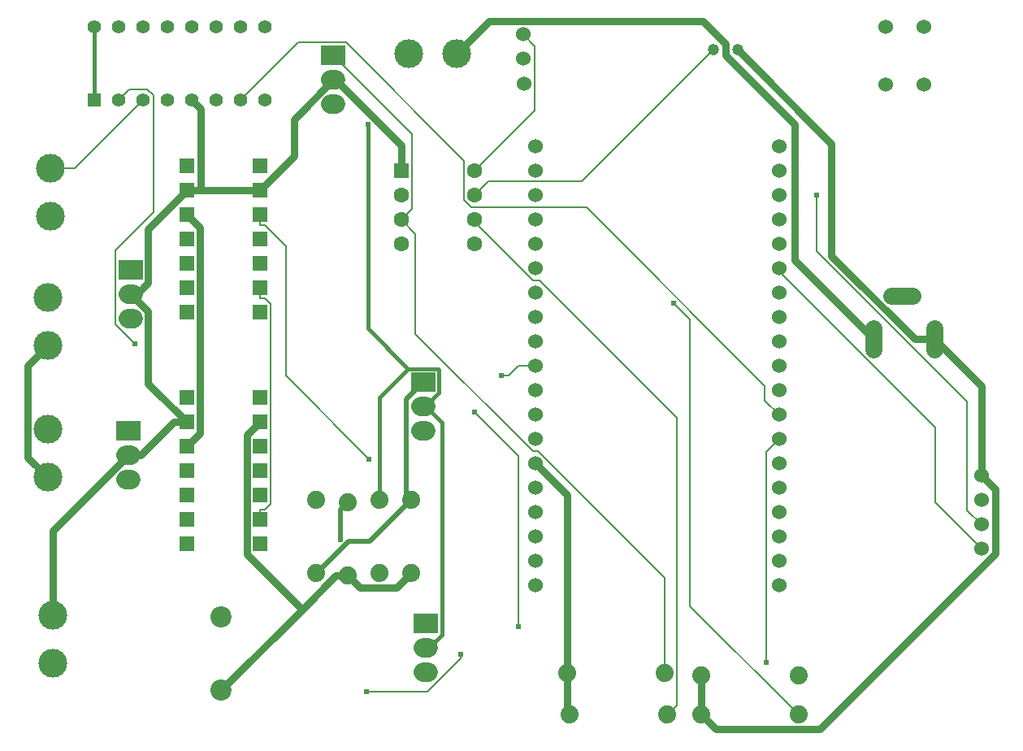
<source format=gbl>
G04 ---------------------------- Layer name :BOTTOM LAYER*
G04 EasyEDA v5.4.12, Wed, 30 May 2018 14:54:02 GMT*
G04 28c5c568ee064045b2737d890bb1bb74*
G04 Gerber Generator version 0.2*
G04 Scale: 100 percent, Rotated: No, Reflected: No *
G04 Dimensions in inches *
G04 leading zeros omitted , absolute positions ,2 integer and 4 decimal *
%FSLAX24Y24*%
%MOIN*%
G90*
G70D02*

%ADD11C,0.015000*%
%ADD12C,0.008000*%
%ADD13C,0.030000*%
%ADD14C,0.020000*%
%ADD15C,0.024000*%
%ADD16C,0.024400*%
%ADD20R,0.098425X0.078740*%
%ADD21C,0.074000*%
%ADD22C,0.118110*%
%ADD23R,0.055100X0.055100*%
%ADD24C,0.055100*%
%ADD25R,0.063000X0.063000*%
%ADD26C,0.060000*%
%ADD27C,0.086614*%
%ADD28C,0.063000*%
%ADD29C,0.047000*%
%ADD30C,0.070866*%
%ADD31C,0.078740*%

%LPD*%
G54D11*
G01X17792Y14150D02*
G01X18338Y14696D01*
G01X18338Y15646D01*
G01X18293Y15688D01*
G01X17072Y15688D01*
G01X17700Y14150D02*
G01X17792Y14150D01*
G01X17800Y4250D02*
G01X17918Y4250D01*
G01X18455Y4786D01*
G01X18455Y13486D01*
G01X17792Y14150D01*
G01X17072Y15688D02*
G01X15900Y14517D01*
G01X15900Y10300D01*
G01X15431Y25717D02*
G01X15431Y17330D01*
G01X17072Y15688D01*
G01X4200Y29700D02*
G01X4200Y26700D01*
G54D12*
G01X32300Y12800D02*
G01X31785Y12284D01*
G01X31785Y3644D01*
G01X5200Y26700D02*
G01X5635Y27134D01*
G01X6385Y27134D01*
G01X6621Y26900D01*
G01X6621Y22100D01*
G01X5081Y20559D01*
G01X5081Y17519D01*
G01X5872Y16728D01*
G01X40600Y9300D02*
G01X40010Y9888D01*
G01X40010Y14350D01*
G01X33842Y20519D01*
G01X33842Y22800D01*
G54D14*
G01X17200Y10300D02*
G01X15510Y8609D01*
G01X14651Y8609D01*
G01X13340Y7300D01*
G01X13300Y7300D01*
G01X17200Y10300D02*
G01X17005Y10494D01*
G01X17005Y14455D01*
G01X17700Y15150D01*
G54D12*
G01X33100Y1500D02*
G01X28639Y5961D01*
G01X28639Y17707D01*
G01X27967Y18378D01*
G01X19227Y3986D02*
G01X19227Y3811D01*
G01X17867Y2451D01*
G01X15381Y2451D01*
G01X11000Y22000D02*
G01X11000Y21573D01*
G01X15486Y11982D02*
G01X12063Y15407D01*
G01X12063Y20723D01*
G01X11213Y21573D01*
G01X11000Y21573D01*
G54D13*
G01X36169Y16900D02*
G01X32925Y20144D01*
G01X32925Y25707D01*
G01X30089Y28544D01*
G01X30089Y29013D01*
G01X29172Y29930D01*
G01X20397Y29930D01*
G01X19068Y28600D01*
G01X8000Y22000D02*
G01X8535Y21463D01*
G01X8535Y13036D01*
G01X8000Y12500D01*
G01X2300Y16632D02*
G01X1486Y15819D01*
G01X1486Y12044D01*
G01X2300Y11232D01*
G01X29100Y1500D02*
G01X29703Y896D01*
G01X33956Y896D01*
G01X41168Y8109D01*
G01X41168Y10730D01*
G01X40600Y11300D01*
G01X29100Y1500D02*
G01X29100Y3100D01*
G01X14015Y27534D02*
G01X14097Y27534D01*
G01X16800Y24830D01*
G01X16800Y23800D01*
G01X12726Y5826D02*
G01X14100Y7200D01*
G01X14600Y7200D01*
G01X9400Y2500D02*
G01X12726Y5826D01*
G01X11000Y13500D02*
G01X10464Y12963D01*
G01X10464Y8088D01*
G01X12726Y5826D01*
G01X5825Y18625D02*
G01X6413Y18036D01*
G01X6413Y15086D01*
G01X8000Y13500D01*
G01X5700Y18750D02*
G01X5825Y18625D01*
G01X5825Y18625D02*
G01X6413Y19213D01*
G01X6413Y21413D01*
G01X8000Y23000D01*
G01X40600Y11300D02*
G01X40600Y14969D01*
G01X38669Y16900D01*
G01X14015Y27534D02*
G01X12401Y25917D01*
G01X12401Y24401D01*
G01X11000Y23000D01*
G01X14015Y27534D02*
G01X14000Y27550D01*
G01X5600Y12150D02*
G01X6114Y12150D01*
G01X7464Y13500D01*
G01X2500Y5567D02*
G01X2500Y9050D01*
G01X5600Y12150D01*
G01X8000Y13500D02*
G01X7464Y13500D01*
G01X17200Y7300D02*
G01X16602Y6701D01*
G01X15097Y6701D01*
G01X14600Y7200D01*
G01X8555Y23000D02*
G01X8000Y23000D01*
G01X11000Y23000D02*
G01X8555Y23000D01*
G01X8555Y23000D02*
G01X8555Y26344D01*
G01X8200Y26700D01*
G01X22300Y11800D02*
G01X23600Y10500D01*
G01X23600Y3200D01*
G01X23700Y1500D02*
G01X23600Y1600D01*
G01X23600Y3200D01*
G01X30589Y28769D02*
G01X34450Y24909D01*
G01X34450Y20328D01*
G01X37880Y16900D01*
G01X38669Y16900D01*
G54D14*
G01X14600Y10200D02*
G01X14319Y9919D01*
G01X14319Y8690D01*
G54D12*
G01X10200Y26700D02*
G01X12564Y29063D01*
G01X14530Y29063D01*
G01X19369Y24223D01*
G01X19369Y22603D01*
G01X19672Y22300D01*
G01X24389Y22300D01*
G01X31710Y14978D01*
G01X31710Y14388D01*
G01X32300Y13800D01*
G01X11000Y9500D02*
G01X11000Y9926D01*
G01X11000Y19000D02*
G01X11000Y18573D01*
G01X11000Y18573D02*
G01X11213Y18573D01*
G01X11426Y18361D01*
G01X11426Y10138D01*
G01X11213Y9926D01*
G01X11000Y9926D01*
G01X14000Y28550D02*
G01X17243Y25307D01*
G01X17243Y22242D01*
G01X16800Y21800D01*
G01X27600Y3200D02*
G01X27600Y7105D01*
G01X22406Y12300D01*
G01X22190Y12300D01*
G01X17373Y17117D01*
G01X17373Y21226D01*
G01X16800Y21800D01*
G01X29589Y28769D02*
G01X24193Y23373D01*
G01X20373Y23373D01*
G01X19800Y22800D01*
G01X21800Y29400D02*
G01X22285Y28915D01*
G01X22285Y26284D01*
G01X19800Y23800D01*
G01X6200Y26700D02*
G01X3400Y23900D01*
G01X2400Y23900D01*
G01X40600Y8300D02*
G01X38698Y10201D01*
G01X38698Y13280D01*
G01X32300Y19678D01*
G01X32300Y19800D01*
G01X19800Y21800D02*
G01X19800Y21717D01*
G01X22217Y19300D01*
G01X22464Y19300D01*
G01X28093Y13669D01*
G01X28093Y1894D01*
G01X27700Y1500D01*
G01X21600Y5100D02*
G01X21600Y12100D01*
G01X21600Y12100D02*
G01X20000Y13700D01*
G01X20000Y13700D02*
G01X19800Y13900D01*
G01X20900Y15400D02*
G01X21200Y15400D01*
G01X21600Y15800D01*
G01X22300Y15800D01*
G54D20*
G01X17800Y5250D03*
G54D21*
G01X15900Y7300D03*
G01X15900Y10300D03*
G01X14600Y7200D03*
G01X14600Y10200D03*
G54D22*
G01X2400Y23900D03*
G01X2400Y21932D03*
G54D23*
G01X4200Y26700D03*
G54D24*
G01X5200Y26700D03*
G01X6200Y26700D03*
G01X7200Y26700D03*
G01X8200Y26700D03*
G01X9200Y26700D03*
G01X10200Y26700D03*
G01X11200Y26700D03*
G01X10200Y29700D03*
G01X9200Y29700D03*
G01X8200Y29700D03*
G01X7200Y29700D03*
G01X6200Y29700D03*
G01X5200Y29700D03*
G01X4200Y29700D03*
G01X11200Y29700D03*
G54D25*
G01X8000Y14500D03*
G01X8000Y13500D03*
G01X8000Y10500D03*
G01X8000Y9500D03*
G01X8000Y12500D03*
G01X8000Y11500D03*
G01X8000Y8500D03*
G01X11000Y8500D03*
G01X11000Y9500D03*
G01X11000Y10500D03*
G01X11000Y11500D03*
G01X11000Y12500D03*
G01X11000Y13500D03*
G01X11000Y14500D03*
G54D26*
G01X40600Y11300D03*
G01X40600Y10300D03*
G01X40600Y9300D03*
G01X40600Y8300D03*
G54D20*
G01X14000Y28550D03*
G01X5600Y13150D03*
G01X5700Y19750D03*
G54D22*
G01X2500Y3600D03*
G01X2500Y5567D03*
G54D20*
G01X17700Y15150D03*
G54D27*
G01X9400Y2500D03*
G01X9400Y5500D03*
G54D21*
G01X13300Y7300D03*
G01X13300Y10300D03*
G01X17200Y7300D03*
G01X17200Y10300D03*
G54D25*
G01X8000Y24000D03*
G01X8000Y23000D03*
G01X8000Y20000D03*
G01X8000Y19000D03*
G01X8000Y22000D03*
G01X8000Y21000D03*
G01X8000Y18000D03*
G01X11000Y18000D03*
G01X11000Y19000D03*
G01X11000Y20000D03*
G01X11000Y21000D03*
G01X11000Y22000D03*
G01X11000Y23000D03*
G01X11000Y24000D03*
G01X16800Y23800D03*
G54D28*
G01X16800Y22800D03*
G01X16800Y21800D03*
G01X16800Y20800D03*
G01X19800Y20800D03*
G01X19800Y21800D03*
G01X19800Y22800D03*
G01X19800Y23800D03*
G54D26*
G01X32300Y24800D03*
G01X32300Y23800D03*
G01X32300Y22800D03*
G01X32300Y21800D03*
G01X32300Y20800D03*
G01X32300Y19800D03*
G01X32300Y18800D03*
G01X32300Y17800D03*
G01X32300Y16800D03*
G01X32300Y15800D03*
G01X32300Y14800D03*
G01X32300Y13800D03*
G01X32300Y12800D03*
G01X32300Y11800D03*
G01X32300Y10800D03*
G01X32300Y9800D03*
G01X32300Y8800D03*
G01X32300Y7800D03*
G01X32300Y6800D03*
G01X22300Y24800D03*
G01X22300Y23800D03*
G01X22300Y22800D03*
G01X22300Y21800D03*
G01X22300Y20800D03*
G01X22300Y19800D03*
G01X22300Y18800D03*
G01X22300Y17800D03*
G01X22300Y16800D03*
G01X22300Y15800D03*
G01X22300Y14800D03*
G01X22300Y13800D03*
G01X22300Y12800D03*
G01X22300Y11800D03*
G01X22300Y10800D03*
G01X22300Y9800D03*
G01X22300Y8800D03*
G01X22300Y7800D03*
G01X22300Y6800D03*
G54D21*
G01X29100Y3100D03*
G01X33100Y3100D03*
G01X29100Y1500D03*
G01X33100Y1500D03*
G01X23600Y3200D03*
G01X27600Y3200D03*
G54D22*
G01X2300Y13200D03*
G01X2300Y11232D03*
G01X2300Y18600D03*
G01X2300Y16632D03*
G54D26*
G01X21800Y28400D03*
G01X21800Y29400D03*
G01X21839Y27392D03*
G54D21*
G01X23700Y1500D03*
G01X27700Y1500D03*
G54D29*
G01X29589Y28769D03*
G01X30589Y28769D03*
G54D26*
G01X38250Y27338D03*
G01X38250Y29700D03*
G01X36675Y27338D03*
G01X36675Y29700D03*
G54D22*
G01X17100Y28600D03*
G01X19068Y28600D03*
G54D15*
G01X15431Y25717D03*
G01X31785Y3644D03*
G01X5872Y16728D03*
G01X33842Y22800D03*
G01X27967Y18378D03*
G01X15381Y2451D03*
G01X19227Y3986D03*
G01X15486Y11982D03*
G01X14319Y8690D03*
G54D16*
G01X21600Y5100D03*
G01X19800Y13900D03*
G01X20900Y15400D03*
G54D30*
G01X36169Y17333D02*
G01X36169Y16466D01*
G01X38669Y16466D02*
G01X38669Y17333D01*
G01X37783Y18690D02*
G01X36916Y18690D01*
G54D31*
G01X17898Y3250D02*
G01X17701Y3250D01*
G01X17898Y4250D02*
G01X17701Y4250D01*
G01X14098Y26550D02*
G01X13901Y26550D01*
G01X14098Y27550D02*
G01X13901Y27550D01*
G01X5698Y11150D02*
G01X5501Y11150D01*
G01X5698Y12150D02*
G01X5501Y12150D01*
G01X5798Y17750D02*
G01X5601Y17750D01*
G01X5798Y18750D02*
G01X5601Y18750D01*
G01X17798Y13150D02*
G01X17601Y13150D01*
G01X17798Y14150D02*
G01X17601Y14150D01*
M00*
M02*

</source>
